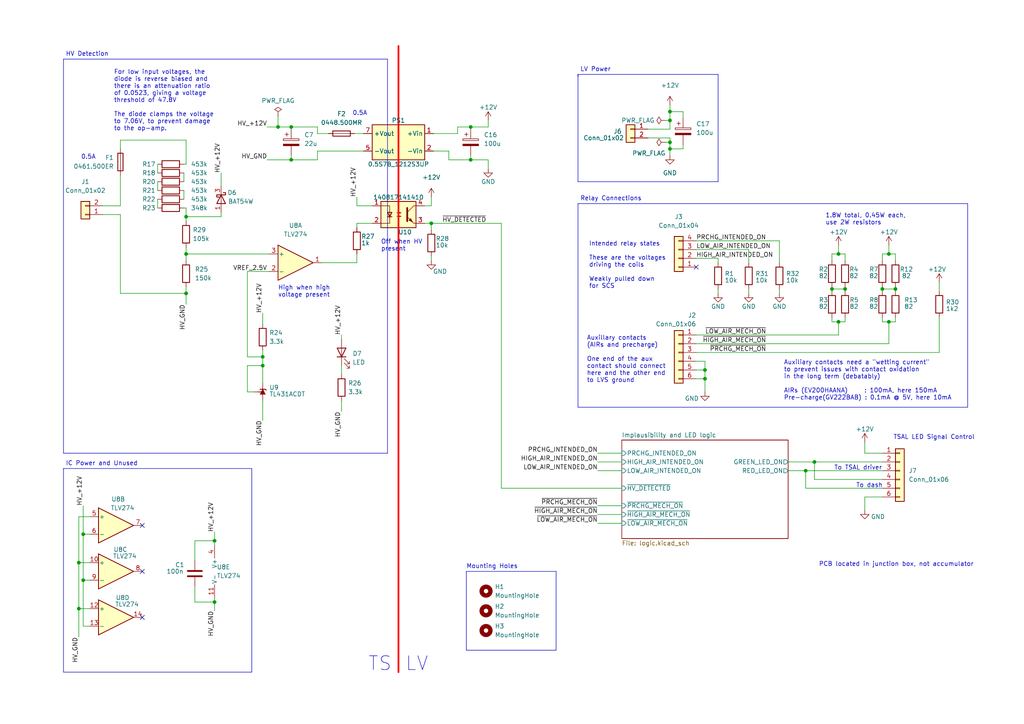
<source format=kicad_sch>
(kicad_sch (version 20230121) (generator eeschema)
  (paper "A4")
  (title_block (title "HV Sense") (date "2023-04-02") (rev "1.1.0") (company "SUFST - Southampton University Formula Student Team") (comment 1 "STAG 9") (comment 2 "Joe Pater, Tim Brewis") (comment 3 "Marek Frodyma"))
  (lib_symbols
    (symbol "Amplifier_Operational:TLC274" (pin_names (offset 0.127))
      (property "Reference" "U" (at 0 5.08 0))
      (property "Value" "TLC274" (at 0 -5.08 0))
      (symbol "TLC274_1_1"
        (polyline (pts (xy -5.08 5.08) (xy 5.08 0) (xy -5.08 -5.08) (xy -5.08 5.08)) (stroke (width 0.254)) (fill (type background)))
        (pin output line (at 7.62 0 180) (length 2.54) (name "~") (number "1"))
        (pin input line (at -7.62 -2.54 0) (length 2.54) (name "-") (number "2"))
        (pin input line (at -7.62 2.54 0) (length 2.54) (name "+") (number "3"))
      )
      (symbol "TLC274_2_1"
        (polyline (pts (xy -5.08 5.08) (xy 5.08 0) (xy -5.08 -5.08) (xy -5.08 5.08)) (stroke (width 0.254)) (fill (type background)))
        (pin input line (at -7.62 2.54 0) (length 2.54) (name "+") (number "5"))
        (pin input line (at -7.62 -2.54 0) (length 2.54) (name "-") (number "6"))
        (pin output line (at 7.62 0 180) (length 2.54) (name "~") (number "7"))
      )
      (symbol "TLC274_3_1"
        (polyline (pts (xy -5.08 5.08) (xy 5.08 0) (xy -5.08 -5.08) (xy -5.08 5.08)) (stroke (width 0.254)) (fill (type background)))
        (pin input line (at -7.62 2.54 0) (length 2.54) (name "+") (number "10"))
        (pin output line (at 7.62 0 180) (length 2.54) (name "~") (number "8"))
        (pin input line (at -7.62 -2.54 0) (length 2.54) (name "-") (number "9"))
      )
      (symbol "TLC274_4_1"
        (polyline (pts (xy -5.08 5.08) (xy 5.08 0) (xy -5.08 -5.08) (xy -5.08 5.08)) (stroke (width 0.254)) (fill (type background)))
        (pin input line (at -7.62 2.54 0) (length 2.54) (name "+") (number "12"))
        (pin input line (at -7.62 -2.54 0) (length 2.54) (name "-") (number "13"))
        (pin output line (at 7.62 0 180) (length 2.54) (name "~") (number "14"))
      )
      (symbol "TLC274_5_1"
        (pin power_in line (at -2.54 -7.62 90) (length 3.81) (name "V-") (number "11"))
        (pin power_in line (at -2.54 7.62 270) (length 3.81) (name "V+") (number "4"))
      )
    )
    (symbol "Connector_Generic:Conn_01x02" (pin_names (offset 1.016) hide)
      (property "Reference" "J" (at 0 2.54 0))
      (property "Value" "Conn_01x02" (at 0 -5.08 0))
      (symbol "Conn_01x02_1_1"
        (rectangle (start -1.27 -2.413) (end 0 -2.667) (stroke (width 0.1524)))
        (rectangle (start -1.27 0.127) (end 0 -0.127) (stroke (width 0.1524)))
        (rectangle (start -1.27 1.27) (end 1.27 -3.81) (stroke (width 0.254)) (fill (type background)))
        (pin passive line (at -5.08 0 0) (length 3.81) (name "Pin_1") (number "1"))
        (pin passive line (at -5.08 -2.54 0) (length 3.81) (name "Pin_2") (number "2"))
      )
    )
    (symbol "Connector_Generic:Conn_01x04" (pin_names (offset 1.016) hide)
      (property "Reference" "J" (at 0 5.08 0))
      (property "Value" "Conn_01x04" (at 0 -7.62 0))
      (symbol "Conn_01x04_1_1"
        (rectangle (start -1.27 -4.953) (end 0 -5.207) (stroke (width 0.1524)))
        (rectangle (start -1.27 -2.413) (end 0 -2.667) (stroke (width 0.1524)))
        (rectangle (start -1.27 0.127) (end 0 -0.127) (stroke (width 0.1524)))
        (rectangle (start -1.27 2.667) (end 0 2.413) (stroke (width 0.1524)))
        (rectangle (start -1.27 3.81) (end 1.27 -6.35) (stroke (width 0.254)) (fill (type background)))
        (pin passive line (at -5.08 2.54 0) (length 3.81) (name "Pin_1") (number "1"))
        (pin passive line (at -5.08 0 0) (length 3.81) (name "Pin_2") (number "2"))
        (pin passive line (at -5.08 -2.54 0) (length 3.81) (name "Pin_3") (number "3"))
        (pin passive line (at -5.08 -5.08 0) (length 3.81) (name "Pin_4") (number "4"))
      )
    )
    (symbol "Connector_Generic:Conn_01x06" (pin_names (offset 1.016) hide)
      (property "Reference" "J" (at 0 7.62 0))
      (property "Value" "Conn_01x06" (at 0 -10.16 0))
      (symbol "Conn_01x06_1_1"
        (rectangle (start -1.27 -7.493) (end 0 -7.747) (stroke (width 0.1524)))
        (rectangle (start -1.27 -4.953) (end 0 -5.207) (stroke (width 0.1524)))
        (rectangle (start -1.27 -2.413) (end 0 -2.667) (stroke (width 0.1524)))
        (rectangle (start -1.27 0.127) (end 0 -0.127) (stroke (width 0.1524)))
        (rectangle (start -1.27 2.667) (end 0 2.413) (stroke (width 0.1524)))
        (rectangle (start -1.27 5.207) (end 0 4.953) (stroke (width 0.1524)))
        (rectangle (start -1.27 6.35) (end 1.27 -8.89) (stroke (width 0.254)) (fill (type background)))
        (pin passive line (at -5.08 5.08 0) (length 3.81) (name "Pin_1") (number "1"))
        (pin passive line (at -5.08 2.54 0) (length 3.81) (name "Pin_2") (number "2"))
        (pin passive line (at -5.08 0 0) (length 3.81) (name "Pin_3") (number "3"))
        (pin passive line (at -5.08 -2.54 0) (length 3.81) (name "Pin_4") (number "4"))
        (pin passive line (at -5.08 -5.08 0) (length 3.81) (name "Pin_5") (number "5"))
        (pin passive line (at -5.08 -7.62 0) (length 3.81) (name "Pin_6") (number "6"))
      )
    )
    (symbol "Device:C" (pin_numbers hide) (pin_names (offset 0.254))
      (property "Reference" "C" (at 0.635 2.54 0))
      (property "Value" "C" (at 0.635 -2.54 0))
      (symbol "C_0_1"
        (polyline (pts (xy -2.032 -0.762) (xy 2.032 -0.762)) (stroke (width 0.508)))
        (polyline (pts (xy -2.032 0.762) (xy 2.032 0.762)) (stroke (width 0.508)))
      )
      (symbol "C_1_1"
        (pin passive line (at 0 3.81 270) (length 2.794) (name "~") (number "1"))
        (pin passive line (at 0 -3.81 90) (length 2.794) (name "~") (number "2"))
      )
    )
    (symbol "Device:C_Polarized" (pin_numbers hide) (pin_names (offset 0.254))
      (property "Reference" "C" (at 0.635 2.54 0))
      (property "Value" "C_Polarized" (at 0.635 -2.54 0))
      (symbol "C_Polarized_0_1"
        (rectangle (start -2.286 0.508) (end 2.286 1.016))
        (polyline (pts (xy -1.778 2.286) (xy -0.762 2.286)))
        (polyline (pts (xy -1.27 2.794) (xy -1.27 1.778)))
        (rectangle (start 2.286 -0.508) (end -2.286 -1.016) (fill (type outline)))
      )
      (symbol "C_Polarized_1_1"
        (pin passive line (at 0 3.81 270) (length 2.794) (name "~") (number "1"))
        (pin passive line (at 0 -3.81 90) (length 2.794) (name "~") (number "2"))
      )
    )
    (symbol "Device:Fuse" (pin_numbers hide) (pin_names (offset 0))
      (property "Reference" "F" (at 2.032 0 90))
      (property "Value" "Fuse" (at -1.905 0 90))
      (symbol "Fuse_0_1"
        (rectangle (start -0.762 -2.54) (end 0.762 2.54) (stroke (width 0.254)))
        (polyline (pts (xy 0 2.54) (xy 0 -2.54)))
      )
      (symbol "Fuse_1_1"
        (pin passive line (at 0 3.81 270) (length 1.27) (name "~") (number "1"))
        (pin passive line (at 0 -3.81 90) (length 1.27) (name "~") (number "2"))
      )
    )
    (symbol "Device:LED" (pin_numbers hide) (pin_names (offset 1.016) hide)
      (property "Reference" "D" (at 0 2.54 0))
      (property "Value" "LED" (at 0 -2.54 0))
      (symbol "LED_0_1"
        (polyline (pts (xy -1.27 -1.27) (xy -1.27 1.27)) (stroke (width 0.254)))
        (polyline (pts (xy -1.27 0) (xy 1.27 0)))
        (polyline (pts (xy 1.27 -1.27) (xy 1.27 1.27) (xy -1.27 0) (xy 1.27 -1.27)) (stroke (width 0.254)))
        (polyline (pts (xy -3.048 -0.762) (xy -4.572 -2.286) (xy -3.81 -2.286) (xy -4.572 -2.286) (xy -4.572 -1.524)))
        (polyline (pts (xy -1.778 -0.762) (xy -3.302 -2.286) (xy -2.54 -2.286) (xy -3.302 -2.286) (xy -3.302 -1.524)))
      )
      (symbol "LED_1_1"
        (pin passive line (at -3.81 0 0) (length 2.54) (name "K") (number "1"))
        (pin passive line (at 3.81 0 180) (length 2.54) (name "A") (number "2"))
      )
    )
    (symbol "Device:R" (pin_numbers hide) (pin_names (offset 0))
      (property "Reference" "R" (at 2.032 0 90))
      (property "Value" "R" (at 0 0 90))
      (symbol "R_0_1"
        (rectangle (start -1.016 -2.54) (end 1.016 2.54) (stroke (width 0.254)))
      )
      (symbol "R_1_1"
        (pin passive line (at 0 3.81 270) (length 1.27) (name "~") (number "1"))
        (pin passive line (at 0 -3.81 90) (length 1.27) (name "~") (number "2"))
      )
    )
    (symbol "Diode:BAT54W" (pin_names (offset 1.016) hide)
      (property "Reference" "D" (at 0 2.54 0))
      (property "Value" "BAT54W" (at 0 -2.54 0))
      (symbol "BAT54W_0_1"
        (polyline (pts (xy 1.27 0) (xy -1.27 0)))
        (polyline (pts (xy 1.27 1.27) (xy 1.27 -1.27) (xy -1.27 0) (xy 1.27 1.27)) (stroke (width 0.254)))
        (polyline (pts (xy -1.905 0.635) (xy -1.905 1.27) (xy -1.27 1.27) (xy -1.27 -1.27) (xy -0.635 -1.27) (xy -0.635 -0.635)) (stroke (width 0.254)))
      )
      (symbol "BAT54W_1_1"
        (pin passive line (at 3.81 0 180) (length 2.54) (name "A") (number "1"))
        (pin no_connect line (at 0 0 90) (length 2.54) hide (name "NC") (number "2"))
        (pin passive line (at -3.81 0 0) (length 2.54) (name "K") (number "3"))
      )
    )
    (symbol "Isolator:SFH617A-1" (pin_names (offset 1.016))
      (property "Reference" "U" (at -5.08 5.08 0))
      (property "Value" "SFH617A-1" (at 0 5.08 0))
      (symbol "SFH617A-1_0_1"
        (rectangle (start -5.08 3.81) (end 5.08 -3.81) (stroke (width 0.254)) (fill (type background)))
        (polyline (pts (xy -3.175 -0.635) (xy -1.905 -0.635)) (stroke (width 0.254)))
        (polyline (pts (xy 2.54 0.635) (xy 4.445 2.54)))
        (polyline (pts (xy 4.445 -2.54) (xy 2.54 -0.635)) (fill (type outline)))
        (polyline (pts (xy 4.445 -2.54) (xy 5.08 -2.54)))
        (polyline (pts (xy 4.445 2.54) (xy 5.08 2.54)))
        (polyline (pts (xy -2.54 -0.635) (xy -2.54 -2.54) (xy -5.08 -2.54)))
        (polyline (pts (xy 2.54 1.905) (xy 2.54 -1.905) (xy 2.54 -1.905)) (stroke (width 0.508)))
        (polyline (pts (xy -5.08 2.54) (xy -2.54 2.54) (xy -2.54 -1.27) (xy -2.54 0.635)))
        (polyline (pts (xy -2.54 -0.635) (xy -3.175 0.635) (xy -1.905 0.635) (xy -2.54 -0.635)) (stroke (width 0.254)))
        (polyline (pts (xy -0.508 -0.508) (xy 0.762 -0.508) (xy 0.381 -0.635) (xy 0.381 -0.381) (xy 0.762 -0.508)))
        (polyline (pts (xy -0.508 0.508) (xy 0.762 0.508) (xy 0.381 0.381) (xy 0.381 0.635) (xy 0.762 0.508)))
        (polyline (pts (xy 3.048 -1.651) (xy 3.556 -1.143) (xy 4.064 -2.159) (xy 3.048 -1.651) (xy 3.048 -1.651)) (fill (type outline)))
      )
      (symbol "SFH617A-1_1_1"
        (pin passive line (at -7.62 2.54 0) (length 2.54) (name "~") (number "1"))
        (pin passive line (at -7.62 -2.54 0) (length 2.54) (name "~") (number "2"))
        (pin passive line (at 7.62 -2.54 180) (length 2.54) (name "~") (number "3"))
        (pin passive line (at 7.62 2.54 180) (length 2.54) (name "~") (number "4"))
      )
    )
    (symbol "Mechanical:MountingHole" (pin_names (offset 1.016))
      (property "Reference" "H" (at 0 5.08 0))
      (property "Value" "MountingHole" (at 0 3.175 0))
      (symbol "MountingHole_0_1"
        (circle (center 0 0) (radius 1.27) (stroke (width 1.27)))
      )
    )
    (symbol "Reference_Voltage:TL431D" (pin_numbers hide) (pin_names hide)
      (property "Reference" "U" (at 0 -2.54 0))
      (property "Value" "TL431D" (at 0 -4.445 0))
      (symbol "TL431D_0_1"
        (polyline (pts (xy -1.27 0) (xy 0 0) (xy 1.27 0)))
        (polyline (pts (xy -0.762 0.762) (xy 0.762 0) (xy -0.762 -0.762)) (fill (type outline)))
        (polyline (pts (xy 0.508 -1.016) (xy 0.762 -0.762) (xy 0.762 0.762) (xy 0.762 0.762)) (stroke (width 0.254)))
      )
      (symbol "TL431D_1_1"
        (polyline (pts (xy 0 1.27) (xy 0 0)))
        (pin passive line (at 2.54 0 180) (length 2.54) (name "K") (number "1"))
        (pin passive line (at -2.54 0 0) (length 2.54) (name "A") (number "2"))
        (pin passive line (at -2.54 0 0) (length 2.54) hide (name "A") (number "3"))
        (pin passive line (at -2.54 0 0) (length 2.54) hide (name "A") (number "6"))
        (pin passive line (at -2.54 0 0) (length 2.54) hide (name "A") (number "7"))
        (pin passive line (at 0 2.54 270) (length 2.54) (name "REF") (number "8"))
      )
    )
    (symbol "power:+12V" (power) (pin_names (offset 0))
      (property "Value" "+12V" (at 0 3.556 0))
      (symbol "+12V_0_1"
        (polyline (pts (xy -0.762 1.27) (xy 0 2.54)))
        (polyline (pts (xy 0 0) (xy 0 2.54)))
        (polyline (pts (xy 0 2.54) (xy 0.762 1.27)))
      )
      (symbol "+12V_1_1"
        (pin power_in line (at 0 0 90) (length 0) hide (name "+12V") (number "1"))
      )
    )
    (symbol "power:GND" (power) (pin_names (offset 0))
      (property "Value" "GND" (at 0 -3.81 0))
      (symbol "GND_0_1"
        (polyline (pts (xy 0 0) (xy 0 -1.27) (xy 1.27 -1.27) (xy 0 -2.54) (xy -1.27 -1.27) (xy 0 -1.27)))
      )
      (symbol "GND_1_1"
        (pin power_in line (at 0 0 270) (length 0) hide (name "GND") (number "1"))
      )
    )
    (symbol "power:PWR_FLAG" (power) (pin_numbers hide) (pin_names (offset 0) hide)
      (property "Value" "PWR_FLAG" (at 0 3.81 0))
      (symbol "PWR_FLAG_0_0"
        (pin power_out line (at 0 0 90) (length 0) (name "pwr") (number "1"))
      )
      (symbol "PWR_FLAG_0_1"
        (polyline (pts (xy 0 0) (xy 0 1.27) (xy -1.016 1.905) (xy 0 2.54) (xy 1.016 1.905) (xy 0 1.27)))
      )
    )
    (symbol "symbols:0.5S7B_1212S3UP"
      (property "Reference" "PS1" (at 2.54 6.35 0))
      (property "Value" "0.5S7B_1212S3UP" (at 0 -6.35 0))
      (symbol "0.5S7B_1212S3UP_0_0"
        (pin power_in line (at -10.16 2.54 0) (length 2.54) (name "+Vin") (number "1"))
        (pin power_in line (at -10.16 -2.54 0) (length 2.54) (name "-Vin") (number "2"))
        (pin power_out line (at 10.16 -2.54 180) (length 2.54) (name "-Vout") (number "5"))
        (pin power_out line (at 10.16 2.54 180) (length 2.54) (name "+Vout") (number "7"))
      )
      (symbol "0.5S7B_1212S3UP_0_1"
        (rectangle (start -7.62 5.08) (end 7.62 -5.08) (stroke (width 0.254)) (fill (type background)))
        (polyline (pts (xy 0 -2.54) (xy 0 -3.81)))
        (polyline (pts (xy 0 0) (xy 0 -1.27)))
        (polyline (pts (xy 0 2.54) (xy 0 1.27)))
        (polyline (pts (xy 0 5.08) (xy 0 3.81)))
      )
    )
  )
  (junction (at 245.11 83.82))
  (junction (at 76.2 103.505))
  (junction (at 257.81 73.66))
  (junction (at 53.975 62.865))
  (junction (at 243.205 73.66))
  (junction (at 204.47 107.315))
  (junction (at 204.47 109.855))
  (junction (at 194.31 43.18))
  (junction (at 53.975 73.66))
  (junction (at 80.645 36.83))
  (junction (at 76.2 106.045))
  (junction (at 22.86 163.195))
  (junction (at 22.86 176.53))
  (junction (at 24.13 168.275))
  (junction (at 243.205 93.345))
  (junction (at 84.455 36.83))
  (junction (at 136.525 36.83))
  (junction (at 62.23 174.625))
  (junction (at 241.3 83.82))
  (junction (at 53.975 85.09))
  (junction (at 136.525 46.355))
  (junction (at 236.22 133.985))
  (junction (at 233.68 136.525))
  (junction (at 194.31 34.925))
  (junction (at 259.715 83.82))
  (junction (at 62.23 156.845))
  (junction (at 194.31 41.275))
  (junction (at 84.455 46.355))
  (junction (at 125.095 64.77))
  (junction (at 255.905 83.82))
  (junction (at 194.31 32.385))
  (junction (at 24.13 154.94))
  (junction (at 257.81 93.345))
  (no_connect (at 41.275 165.735))
  (no_connect (at 201.93 77.47))
  (no_connect (at 41.275 152.4))
  (no_connect (at 41.275 179.07))
  (wire (pts (xy 53.34 55.245) (xy 53.34 57.785)))
  (wire (pts (xy 198.12 43.18) (xy 194.31 43.18)))
  (wire (pts (xy 26.035 168.275) (xy 24.13 168.275)))
  (wire (pts (xy 132.715 38.735) (xy 132.715 36.83)))
  (wire (pts (xy 22.86 176.53) (xy 22.86 184.785)))
  (wire (pts (xy 187.96 37.465) (xy 194.31 37.465)))
  (wire (pts (xy 236.22 133.985) (xy 255.905 133.985)))
  (wire (pts (xy 107.95 59.69) (xy 103.505 59.69)))
  (wire (pts (xy 34.925 40.64) (xy 53.975 40.64)))
  (wire (pts (xy 125.095 64.77) (xy 125.095 66.675)))
  (polyline (pts (xy 18.415 194.945) (xy 18.415 135.89)))
  (wire (pts (xy 125.73 43.815) (xy 130.175 43.815)))
  (wire (pts (xy 145.415 64.77) (xy 145.415 141.605)))
  (polyline (pts (xy 167.64 52.705) (xy 208.28 52.705)))
  (wire (pts (xy 92.075 46.355) (xy 92.075 43.815)))
  (wire (pts (xy 255.905 141.605) (xy 233.68 141.605)))
  (wire (pts (xy 103.505 64.77) (xy 103.505 66.04)))
  (wire (pts (xy 241.3 73.66) (xy 243.205 73.66)))
  (wire (pts (xy 259.715 93.345) (xy 259.715 92.075)))
  (wire (pts (xy 73.66 113.665) (xy 71.755 113.665)))
  (wire (pts (xy 92.075 38.735) (xy 95.25 38.735)))
  (wire (pts (xy 245.11 93.345) (xy 245.11 92.075)))
  (wire (pts (xy 71.755 106.045) (xy 76.2 106.045)))
  (polyline (pts (xy 73.025 194.945) (xy 18.415 194.945)))
  (wire (pts (xy 53.975 40.64) (xy 53.975 47.625)))
  (wire (pts (xy 26.035 181.61) (xy 24.13 181.61)))
  (polyline (pts (xy 167.64 59.055) (xy 167.64 118.11)))
  (wire (pts (xy 34.925 50.8) (xy 34.925 59.69)))
  (wire (pts (xy 201.93 99.695) (xy 257.81 99.695)))
  (wire (pts (xy 250.825 131.445) (xy 255.905 131.445)))
  (wire (pts (xy 241.3 93.345) (xy 243.205 93.345)))
  (wire (pts (xy 241.3 83.82) (xy 245.11 83.82)))
  (wire (pts (xy 243.205 93.345) (xy 245.11 93.345)))
  (wire (pts (xy 193.04 34.925) (xy 194.31 34.925)))
  (wire (pts (xy 257.81 93.345) (xy 259.715 93.345)))
  (wire (pts (xy 243.205 93.345) (xy 243.205 97.155)))
  (polyline (pts (xy 135.255 188.595) (xy 161.29 188.595)))
  (wire (pts (xy 76.2 101.6) (xy 76.2 103.505)))
  (wire (pts (xy 201.93 72.39) (xy 217.17 72.39)))
  (wire (pts (xy 99.06 97.155) (xy 99.06 98.425)))
  (wire (pts (xy 250.825 144.145) (xy 250.825 147.955)))
  (wire (pts (xy 201.93 69.85) (xy 226.06 69.85)))
  (wire (pts (xy 194.31 45.085) (xy 194.31 43.18)))
  (wire (pts (xy 173.355 136.525) (xy 180.34 136.525)))
  (polyline (pts (xy 115.57 13.335) (xy 115.57 194.945)) (stroke (width 0.5) (color 255 0 0 1)))
  (wire (pts (xy 26.035 154.94) (xy 24.13 154.94)))
  (wire (pts (xy 255.905 75.565) (xy 255.905 73.66)))
  (wire (pts (xy 194.31 40.005) (xy 187.96 40.005)))
  (wire (pts (xy 53.975 71.755) (xy 53.975 73.66)))
  (wire (pts (xy 255.905 92.075) (xy 255.905 93.345)))
  (wire (pts (xy 56.515 170.18) (xy 56.515 174.625)))
  (wire (pts (xy 173.355 133.985) (xy 180.34 133.985)))
  (wire (pts (xy 255.905 93.345) (xy 257.81 93.345)))
  (wire (pts (xy 84.455 36.83) (xy 84.455 37.465)))
  (wire (pts (xy 62.23 156.845) (xy 62.23 158.115)))
  (wire (pts (xy 22.86 163.195) (xy 22.86 176.53)))
  (wire (pts (xy 255.905 73.66) (xy 257.81 73.66)))
  (wire (pts (xy 257.81 93.345) (xy 257.81 99.695)))
  (wire (pts (xy 84.455 45.085) (xy 84.455 46.355)))
  (wire (pts (xy 103.505 73.66) (xy 103.505 76.2)))
  (polyline (pts (xy 18.415 135.89) (xy 18.415 135.89)))
  (polyline (pts (xy 208.28 52.705) (xy 208.28 21.59)))
  (wire (pts (xy 34.925 85.09) (xy 53.975 85.09)))
  (wire (pts (xy 45.72 47.625) (xy 45.72 50.165)))
  (wire (pts (xy 45.72 57.785) (xy 45.72 60.325)))
  (polyline (pts (xy 167.64 21.59) (xy 167.64 52.705)))
  (wire (pts (xy 204.47 107.315) (xy 201.93 107.315)))
  (wire (pts (xy 29.845 59.69) (xy 34.925 59.69)))
  (wire (pts (xy 136.525 46.355) (xy 136.525 45.085)))
  (wire (pts (xy 272.415 81.915) (xy 272.415 84.455)))
  (wire (pts (xy 53.975 83.185) (xy 53.975 85.09)))
  (wire (pts (xy 255.905 83.82) (xy 255.905 83.185)))
  (wire (pts (xy 204.47 109.855) (xy 204.47 113.665)))
  (wire (pts (xy 228.6 133.985) (xy 236.22 133.985)))
  (wire (pts (xy 22.86 149.86) (xy 26.035 149.86)))
  (wire (pts (xy 125.73 38.735) (xy 132.715 38.735)))
  (wire (pts (xy 173.355 146.685) (xy 180.34 146.685)))
  (wire (pts (xy 255.905 84.455) (xy 255.905 83.82)))
  (wire (pts (xy 22.86 176.53) (xy 26.035 176.53)))
  (wire (pts (xy 53.975 60.325) (xy 53.975 62.865)))
  (wire (pts (xy 76.2 103.505) (xy 71.755 103.505)))
  (wire (pts (xy 24.13 168.275) (xy 24.13 154.94)))
  (wire (pts (xy 241.3 92.075) (xy 241.3 93.345)))
  (wire (pts (xy 29.845 62.23) (xy 34.925 62.23)))
  (polyline (pts (xy 135.255 165.735) (xy 161.29 165.735)))
  (wire (pts (xy 64.135 50.165) (xy 64.135 53.975)))
  (wire (pts (xy 141.605 36.83) (xy 136.525 36.83)))
  (polyline (pts (xy 135.255 165.735) (xy 135.255 188.595)))
  (wire (pts (xy 173.355 151.765) (xy 180.34 151.765)))
  (wire (pts (xy 173.355 131.445) (xy 180.34 131.445)))
  (wire (pts (xy 243.205 73.66) (xy 245.11 73.66)))
  (wire (pts (xy 34.925 43.18) (xy 34.925 40.64)))
  (wire (pts (xy 107.95 64.77) (xy 103.505 64.77)))
  (wire (pts (xy 53.34 47.625) (xy 53.975 47.625)))
  (wire (pts (xy 53.975 73.66) (xy 53.975 75.565)))
  (wire (pts (xy 194.31 43.18) (xy 194.31 41.275)))
  (polyline (pts (xy 167.64 59.055) (xy 280.67 59.055)))
  (wire (pts (xy 217.17 83.82) (xy 217.17 85.09)))
  (wire (pts (xy 130.175 46.355) (xy 136.525 46.355)))
  (wire (pts (xy 76.2 90.805) (xy 76.2 93.98)))
  (wire (pts (xy 80.645 33.655) (xy 80.645 36.83)))
  (wire (pts (xy 208.28 83.82) (xy 208.28 85.09)))
  (wire (pts (xy 217.17 72.39) (xy 217.17 76.2)))
  (polyline (pts (xy 18.415 17.145) (xy 112.395 17.145)))
  (polyline (pts (xy 112.395 131.445) (xy 18.415 131.445)))
  (wire (pts (xy 71.755 113.665) (xy 71.755 106.045)))
  (wire (pts (xy 255.905 139.065) (xy 236.22 139.065)))
  (wire (pts (xy 228.6 136.525) (xy 233.68 136.525)))
  (wire (pts (xy 130.175 43.815) (xy 130.175 46.355)))
  (wire (pts (xy 250.825 128.27) (xy 250.825 131.445)))
  (wire (pts (xy 241.3 83.82) (xy 241.3 83.185)))
  (wire (pts (xy 132.715 36.83) (xy 136.525 36.83)))
  (polyline (pts (xy 167.64 21.59) (xy 167.64 22.225)))
  (wire (pts (xy 93.345 76.2) (xy 103.505 76.2)))
  (polyline (pts (xy 112.395 17.145) (xy 112.395 131.445)))
  (wire (pts (xy 173.355 149.225) (xy 180.34 149.225)))
  (wire (pts (xy 71.755 78.74) (xy 78.105 78.74)))
  (wire (pts (xy 233.68 141.605) (xy 233.68 136.525)))
  (wire (pts (xy 257.81 71.12) (xy 257.81 73.66)))
  (wire (pts (xy 80.645 36.83) (xy 84.455 36.83)))
  (polyline (pts (xy 18.415 131.445) (xy 18.415 17.145)))
  (wire (pts (xy 194.31 32.385) (xy 194.31 30.48)))
  (wire (pts (xy 204.47 107.315) (xy 204.47 109.855)))
  (wire (pts (xy 141.605 46.355) (xy 136.525 46.355)))
  (polyline (pts (xy 280.67 118.11) (xy 167.64 118.11)))
  (wire (pts (xy 141.605 48.895) (xy 141.605 46.355)))
  (wire (pts (xy 245.11 83.82) (xy 245.11 83.185)))
  (wire (pts (xy 26.035 163.195) (xy 22.86 163.195)))
  (wire (pts (xy 272.415 92.075) (xy 272.415 102.235)))
  (wire (pts (xy 71.755 103.505) (xy 71.755 78.74)))
  (polyline (pts (xy 73.025 135.89) (xy 73.025 194.945)))
  (wire (pts (xy 76.2 103.505) (xy 76.2 106.045)))
  (wire (pts (xy 123.19 59.69) (xy 125.095 59.69)))
  (wire (pts (xy 194.31 37.465) (xy 194.31 34.925)))
  (wire (pts (xy 125.095 74.295) (xy 125.095 75.565)))
  (wire (pts (xy 53.975 73.66) (xy 78.105 73.66)))
  (wire (pts (xy 245.11 84.455) (xy 245.11 83.82)))
  (wire (pts (xy 76.2 116.205) (xy 76.2 121.92)))
  (wire (pts (xy 194.31 41.275) (xy 194.31 40.005)))
  (wire (pts (xy 24.13 181.61) (xy 24.13 168.275)))
  (wire (pts (xy 226.06 69.85) (xy 226.06 76.2)))
  (wire (pts (xy 84.455 46.355) (xy 92.075 46.355)))
  (wire (pts (xy 241.3 75.565) (xy 241.3 73.66)))
  (polyline (pts (xy 280.67 59.055) (xy 280.67 118.11)))
  (wire (pts (xy 34.925 62.23) (xy 34.925 85.09)))
  (wire (pts (xy 77.47 46.355) (xy 84.455 46.355)))
  (wire (pts (xy 62.23 174.625) (xy 62.23 177.165)))
  (wire (pts (xy 201.93 102.235) (xy 272.415 102.235)))
  (wire (pts (xy 259.715 75.565) (xy 259.715 73.66)))
  (wire (pts (xy 141.605 34.925) (xy 141.605 36.83)))
  (wire (pts (xy 22.86 163.195) (xy 22.86 149.86)))
  (wire (pts (xy 53.975 62.865) (xy 53.975 64.135)))
  (wire (pts (xy 204.47 104.775) (xy 204.47 107.315)))
  (wire (pts (xy 226.06 83.82) (xy 226.06 85.09)))
  (wire (pts (xy 56.515 156.845) (xy 62.23 156.845)))
  (wire (pts (xy 92.075 36.83) (xy 92.075 38.735)))
  (wire (pts (xy 194.31 34.925) (xy 194.31 32.385)))
  (wire (pts (xy 255.905 144.145) (xy 250.825 144.145)))
  (wire (pts (xy 145.415 141.605) (xy 180.34 141.605)))
  (wire (pts (xy 62.23 173.355) (xy 62.23 174.625)))
  (wire (pts (xy 76.2 106.045) (xy 76.2 111.125)))
  (wire (pts (xy 125.095 64.77) (xy 145.415 64.77)))
  (wire (pts (xy 201.93 104.775) (xy 204.47 104.775)))
  (wire (pts (xy 99.06 106.045) (xy 99.06 108.585)))
  (wire (pts (xy 259.715 83.82) (xy 259.715 83.185)))
  (wire (pts (xy 123.19 64.77) (xy 125.095 64.77)))
  (wire (pts (xy 45.72 52.705) (xy 45.72 55.245)))
  (polyline (pts (xy 18.415 135.89) (xy 73.025 135.89)))
  (wire (pts (xy 201.93 97.155) (xy 243.205 97.155)))
  (wire (pts (xy 245.11 75.565) (xy 245.11 73.66)))
  (wire (pts (xy 236.22 139.065) (xy 236.22 133.985)))
  (wire (pts (xy 103.505 57.15) (xy 103.505 59.69)))
  (wire (pts (xy 64.135 62.865) (xy 53.975 62.865)))
  (wire (pts (xy 56.515 162.56) (xy 56.515 156.845)))
  (wire (pts (xy 198.12 34.29) (xy 198.12 32.385)))
  (wire (pts (xy 125.095 57.15) (xy 125.095 59.69)))
  (wire (pts (xy 92.075 43.815) (xy 105.41 43.815)))
  (wire (pts (xy 56.515 174.625) (xy 62.23 174.625)))
  (wire (pts (xy 198.12 41.91) (xy 198.12 43.18)))
  (wire (pts (xy 255.905 83.82) (xy 259.715 83.82)))
  (wire (pts (xy 102.87 38.735) (xy 105.41 38.735)))
  (wire (pts (xy 53.34 50.165) (xy 53.34 52.705)))
  (polyline (pts (xy 161.29 188.595) (xy 161.29 165.735)))
  (wire (pts (xy 257.81 73.66) (xy 259.715 73.66)))
  (polyline (pts (xy 208.28 21.59) (xy 167.64 21.59)))
  (wire (pts (xy 136.525 36.83) (xy 136.525 37.465)))
  (wire (pts (xy 233.68 136.525) (xy 255.905 136.525)))
  (wire (pts (xy 198.12 32.385) (xy 194.31 32.385)))
  (wire (pts (xy 77.47 36.83) (xy 80.645 36.83)))
  (wire (pts (xy 243.205 71.12) (xy 243.205 73.66)))
  (wire (pts (xy 64.135 61.595) (xy 64.135 62.865)))
  (wire (pts (xy 84.455 36.83) (xy 92.075 36.83)))
  (wire (pts (xy 259.715 84.455) (xy 259.715 83.82)))
  (wire (pts (xy 208.28 74.93) (xy 208.28 76.2)))
  (wire (pts (xy 204.47 109.855) (xy 201.93 109.855)))
  (wire (pts (xy 193.04 41.275) (xy 194.31 41.275)))
  (wire (pts (xy 53.975 85.09) (xy 53.975 88.265)))
  (wire (pts (xy 62.23 154.305) (xy 62.23 156.845)))
  (wire (pts (xy 201.93 74.93) (xy 208.28 74.93)))
  (wire (pts (xy 241.3 84.455) (xy 241.3 83.82)))
  (wire (pts (xy 24.13 146.685) (xy 24.13 154.94)))
  (wire (pts (xy 99.06 116.205) (xy 99.06 119.38)))
  (wire (pts (xy 53.975 60.325) (xy 53.34 60.325)))
  (text "Intended relay states\n\nThese are the voltages \ndriving the coils\n\nWeakly pulled down\nfor SCS" (at 170.815 83.82 0) (effects (font (size 1.27 1.27)) (justify left bottom)))
  (text "1.8W total, 0.45W each,\nuse 2W resistors" (at 239.395 65.405 0) (effects (font (size 1.27 1.27)) (justify left bottom)))
  (text "Mounting Holes" (at 135.255 165.1 0) (effects (font (size 1.27 1.27)) (justify left bottom)))
  (text "Off when HV\npresent" (at 110.49 73.025 0) (effects (font (size 1.27 1.27)) (justify left bottom)))
  (text "Auxillary contacts\n(AIRs and precharge)\n\nOne end of the aux \ncontact should connect\nhere and the other end\nto LVS ground" (at 170.18 111.125 0) (effects (font (size 1.27 1.27)) (justify left bottom)))
  (text "IC Power and Unused" (at 19.05 135.255 0) (effects (font (size 1.27 1.27)) (justify left bottom)))
  (text "To TSAL driver" (at 241.935 136.525 0) (effects (font (size 1.27 1.27)) (justify left bottom)))
  (text "HV Detection" (at 19.05 16.51 0) (effects (font (size 1.27 1.27)) (justify left bottom)))
  (text "LV Power" (at 168.275 20.955 0) (effects (font (size 1.27 1.27)) (justify left bottom)))
  (text "0.5A" (at 102.235 33.655 0) (effects (font (size 1.27 1.27)) (justify left bottom)))
  (text "High when high\nvoltage present" (at 80.645 86.36 0) (effects (font (size 1.27 1.27)) (justify left bottom)))
  (text "Relay Connections" (at 168.275 58.42 0) (effects (font (size 1.27 1.27)) (justify left bottom)))
  (text "LV" (at 117.475 194.945 0) (effects (font (size 4 4)) (justify left bottom)))
  (text "0.5A" (at 23.495 46.355 0) (effects (font (size 1.27 1.27)) (justify left bottom)))
  (text "Auxiliary contacts need a \"wetting current\" \nto prevent issues with contact oxidation\nin the long term (debatably)\n\nAIRs (EV200HAANA)     : 100mA, here 150mA\nPre-charge(GV222BAB) : 0.1mA @ 5V, here 10mA" (at 227.33 116.205 0) (effects (font (size 1.27 1.27)) (justify left bottom)))
  (text "For low input voltages, the\ndiode is reverse biased and\nthere is an attenuation ratio\nof 0.0523, giving a voltage\nthreshold of 47.8V\n\nThe diode clamps the voltage\nto 7.06V, to prevent damage\nto the op-amp." (at 33.02 38.1 0) (effects (font (size 1.27 1.27)) (justify left bottom)))
  (text "TSAL LED Signal Control" (at 259.08 127.635 0) (effects (font (size 1.27 1.27)) (justify left bottom)))
  (text "TS" (at 106.68 194.945 0) (effects (font (size 4 4)) (justify left bottom)))
  (text "To dash" (at 248.285 141.605 0) (effects (font (size 1.27 1.27)) (justify left bottom)))
  (text "PCB located in junction box, not accumulator" (at 237.49 164.465 0) (effects (font (size 1.27 1.27)) (justify left bottom)))
  (label "~{PRCHG_MECH_ON}" (at 173.355 146.685 180))
  (label "HV_+12V" (at 77.47 36.83 180))
  (label "PRCHG_INTENDED_ON" (at 201.93 69.85 0))
  (label "~{LOW_AIR_MECH_ON}" (at 222.25 97.155 180))
  (label "HV_+12V" (at 24.13 146.685 90))
  (label "~{PRCHG_MECH_ON}" (at 222.25 102.235 180))
  (label "PRCHG_INTENDED_ON" (at 173.355 131.445 180))
  (label "HV_+12V" (at 99.06 97.155 90))
  (label "VREF_2.5V" (at 77.47 78.74 180))
  (label "HV_GND" (at 53.975 88.265 270))
  (label "~{LOW_AIR_MECH_ON}" (at 173.355 151.765 180))
  (label "HV_GND" (at 62.23 177.165 270))
  (label "~{HV_DETECTED}" (at 128.27 64.77 0))
  (label "HV_GND" (at 76.2 121.92 270))
  (label "~{HIGH_AIR_MECH_ON}" (at 222.25 99.695 180))
  (label "LOW_AIR_INTENDED_ON" (at 201.93 72.39 0))
  (label "LOW_AIR_INTENDED_ON" (at 173.355 136.525 180))
  (label "HV_+12V" (at 64.135 50.165 90))
  (label "HV_+12V" (at 62.23 154.305 90))
  (label "HV_+12V" (at 103.505 57.15 90))
  (label "~{HIGH_AIR_MECH_ON}" (at 173.355 149.225 180))
  (label "HV_GND" (at 99.06 119.38 270))
  (label "HV_+12V" (at 76.2 90.805 90))
  (label "HIGH_AIR_INTENDED_ON" (at 201.93 74.93 0))
  (label "HIGH_AIR_INTENDED_ON" (at 173.355 133.985 180))
  (label "HV_GND" (at 77.47 46.355 180))
  (label "HV_GND" (at 22.86 184.785 270))
  (symbol (lib_id "Reference_Voltage:TL431D") (at 76.2 113.665 90) (unit 1)
    (property "Reference" "U9" (at 78.105 112.395 90) (effects (justify right)))
    (property "Value" "TL431ACDT" (at 78.105 114.3 90) (effects (justify right)))
    (property "Footprint" "Package_SO:SOIC-8_3.9x4.9mm_P1.27mm" (effects hide))
    (property "Datasheet" "http://www.ti.com/lit/ds/symlink/tl431.pdf" (effects hide))
  )
  (symbol (lib_id "Device:R") (at 125.095 70.485 180) (unit 1)
    (property "Reference" "R28" (at 126.365 69.215 0) (effects (justify right)))
    (property "Value" "10k" (at 126.365 71.12 0) (effects (justify right)))
    (property "Footprint" "Resistor_SMD:R_0603_1608Metric" (effects hide))
  )
  (symbol (lib_id "power:GND") (at 194.31 45.085 0) (mirror y) (unit 1)
    (property "Reference" "#PWR0113" (effects hide))
    (property "Value" "GND" (at 194.31 50.165 0))
  )
  (symbol (lib_id "power:GND") (at 204.47 113.665 0) (mirror y) (unit 1)
    (property "Reference" "#PWR0103" (effects hide))
    (property "Value" "GND" (at 200.66 115.57 0))
  )
  (symbol (lib_id "symbols:0.5S7B_1212S3UP") (at 115.57 41.275 0) (mirror y) (unit 1)
    (property "Reference" "PS1" (at 115.57 34.925 0))
    (property "Value" "0.5S7B_1212S3UP" (at 115.57 47.625 0))
    (property "Footprint" "SUFST:0.5S7B_1212S3UP" (effects hide))
    (property "Datasheet" "https://www.xppower.com/pdfs/SF_ITX.pdf" (effects hide))
  )
  (symbol (lib_id "Connector_Generic:Conn_01x06") (at 260.985 136.525 0) (unit 1)
    (property "Reference" "J7" (at 263.525 136.5249 0) (effects (justify left)))
    (property "Value" "Conn_01x06" (at 263.525 139.0649 0) (effects (justify left)))
    (property "Footprint" "SUFST:Molex_Micro-Fit_3.0_43045-0612_2x03_P3.00mm_Vertical" (effects hide))
  )
  (symbol (lib_id "Mechanical:MountingHole") (at 140.97 177.165 0) (unit 1)
    (property "Reference" "H2" (at 143.51 175.8949 0) (effects (justify left)))
    (property "Value" "MountingHole" (at 143.51 178.4349 0) (effects (justify left)))
    (property "Footprint" "MountingHole:MountingHole_3.2mm_M3" (effects hide))
  )
  (symbol (lib_id "power:GND") (at 217.17 85.09 0) (unit 1)
    (property "Reference" "#PWR03" (effects hide))
    (property "Value" "GND" (at 217.17 88.9 0))
  )
  (symbol (lib_id "power:GND") (at 226.06 85.09 0) (unit 1)
    (property "Reference" "#PWR04" (effects hide))
    (property "Value" "GND" (at 226.06 88.9 0))
  )
  (symbol (lib_id "Device:R") (at 49.53 57.785 270) (mirror x) (unit 1)
    (property "Reference" "R22" (at 43.18 57.785 90))
    (property "Value" "453k" (at 57.785 57.785 90))
    (property "Footprint" "Resistor_SMD:R_0805_2012Metric" (effects hide))
  )
  (symbol (lib_id "Device:R") (at 226.06 80.01 0) (unit 1)
    (property "Reference" "R32" (at 227.965 79.375 0) (effects (justify left)))
    (property "Value" "10k" (at 227.965 81.28 0) (effects (justify left)))
    (property "Footprint" "Resistor_SMD:R_0603_1608Metric_Pad0.98x0.95mm_HandSolder" (effects hide))
  )
  (symbol (lib_id "Mechanical:MountingHole") (at 140.97 171.45 0) (unit 1)
    (property "Reference" "H1" (at 143.51 170.1799 0) (effects (justify left)))
    (property "Value" "MountingHole" (at 143.51 172.7199 0) (effects (justify left)))
    (property "Footprint" "MountingHole:MountingHole_3.2mm_M3" (effects hide))
  )
  (symbol (lib_id "Device:R") (at 53.975 67.945 0) (unit 1)
    (property "Reference" "R29" (at 55.88 66.6749 0) (effects (justify left)))
    (property "Value" "105k" (at 55.88 69.2149 0) (effects (justify left)))
    (property "Footprint" "Resistor_SMD:R_0805_2012Metric" (effects hide))
  )
  (symbol (lib_id "power:+12V") (at 257.81 71.12 0) (unit 1)
    (property "Reference" "#PWR07" (effects hide))
    (property "Value" "+12V" (at 257.81 67.31 0))
  )
  (symbol (lib_id "Device:C_Polarized") (at 84.455 41.275 0) (unit 1)
    (property "Reference" "C7" (at 88.265 39.1159 0) (effects (justify left)))
    (property "Value" "22u" (at 88.265 41.6559 0) (effects (justify left)))
    (property "Footprint" "Capacitor_THT:CP_Radial_D8.0mm_P3.50mm" (effects hide))
  )
  (symbol (lib_id "Device:R") (at 99.06 112.395 0) (unit 1)
    (property "Reference" "R26" (at 100.965 111.1249 0) (effects (justify left)))
    (property "Value" "3.3k" (at 100.965 113.6649 0) (effects (justify left)))
    (property "Footprint" "Resistor_SMD:R_0603_1608Metric" (effects hide))
  )
  (symbol (lib_id "Device:R") (at 259.715 88.265 0) (unit 1)
    (property "Reference" "R13" (at 262.255 86.995 0) (effects (justify left)))
    (property "Value" "82" (at 262.255 88.9 0) (effects (justify left)))
    (property "Footprint" "Resistor_SMD:R_2512_6332Metric" (effects hide))
  )
  (symbol (lib_id "Device:C_Polarized") (at 136.525 41.275 0) (unit 1)
    (property "Reference" "C16" (at 140.335 39.1159 0) (effects (justify left)))
    (property "Value" "100u" (at 140.335 41.6559 0) (effects (justify left)))
    (property "Footprint" "Capacitor_THT:CP_Radial_D6.3mm_P2.50mm" (effects hide))
  )
  (symbol (lib_id "Device:Fuse") (at 34.925 46.99 0) (mirror x) (unit 1)
    (property "Reference" "F1" (at 33.02 45.7199 0) (effects (justify right)))
    (property "Value" "0461.500ER" (at 33.02 48.2599 0) (effects (justify right)))
    (property "Footprint" "SUFST:Littelfuse-04611-25ER" (effects hide))
    (property "Datasheet" "https://www.mouser.co.uk/datasheet/2/240/Littelfuse_Fuse_461_Datasheet_pdf-968630.pdf" (effects hide))
    (property "Supplier" "Mouser" (effects hide))
    (property "Order Code" "576-0461.500ER" (effects hide))
  )
  (symbol (lib_id "power:PWR_FLAG") (at 193.04 34.925 90) (mirror x) (unit 1)
    (property "Reference" "#FLG0102" (effects hide))
    (property "Value" "PWR_FLAG" (at 189.865 34.9249 90) (effects (justify left)))
  )
  (symbol (lib_id "Device:R") (at 255.905 79.375 0) (unit 1)
    (property "Reference" "R7" (at 252.095 78.105 0) (effects (justify left)))
    (property "Value" "82" (at 252.095 80.01 0) (effects (justify left)))
    (property "Footprint" "Resistor_SMD:R_2512_6332Metric" (effects hide))
  )
  (symbol (lib_id "power:GND") (at 250.825 147.955 0) (unit 1)
    (property "Reference" "#PWR0111" (effects hide))
    (property "Value" "GND" (at 254.635 149.86 0))
  )
  (symbol (lib_id "Device:LED") (at 99.06 102.235 90) (unit 1)
    (property "Reference" "D7" (at 102.235 102.5524 90) (effects (justify right)))
    (property "Value" "LED" (at 102.235 105.0924 90) (effects (justify right)))
    (property "Footprint" "LED_SMD:LED_0603_1608Metric" (effects hide))
  )
  (symbol (lib_id "power:PWR_FLAG") (at 80.645 33.655 0) (unit 1)
    (property "Reference" "#FLG0103" (effects hide))
    (property "Value" "PWR_FLAG" (at 80.645 29.21 0))
  )
  (symbol (lib_id "Device:R") (at 255.905 88.265 0) (unit 1)
    (property "Reference" "R8" (at 252.095 86.995 0) (effects (justify left)))
    (property "Value" "82" (at 252.095 88.9 0) (effects (justify left)))
    (property "Footprint" "Resistor_SMD:R_2512_6332Metric" (effects hide))
  )
  (symbol (lib_id "Connector_Generic:Conn_01x04") (at 196.85 74.93 180) (unit 1)
    (property "Reference" "J3" (at 196.85 62.865 0))
    (property "Value" "Conn_01x04" (at 196.85 65.405 0))
    (property "Footprint" "SUFST:Molex_Micro-Fit_3.0_43045-0412_2x02_P3.00mm_Vertical" (effects hide))
  )
  (symbol (lib_id "Device:R") (at 241.3 79.375 0) (unit 1)
    (property "Reference" "R2" (at 237.49 78.105 0) (effects (justify left)))
    (property "Value" "82" (at 237.49 80.01 0) (effects (justify left)))
    (property "Footprint" "Resistor_SMD:R_2512_6332Metric" (effects hide))
  )
  (symbol (lib_id "Device:R") (at 245.11 88.265 0) (unit 1)
    (property "Reference" "R5" (at 246.38 86.995 0) (effects (justify left)))
    (property "Value" "82" (at 246.38 88.9 0) (effects (justify left)))
    (property "Footprint" "Resistor_SMD:R_2512_6332Metric" (effects hide))
  )
  (symbol (lib_id "Device:R") (at 217.17 80.01 0) (unit 1)
    (property "Reference" "R31" (at 219.075 79.375 0) (effects (justify left)))
    (property "Value" "10k" (at 219.075 81.28 0) (effects (justify left)))
    (property "Footprint" "Resistor_SMD:R_0603_1608Metric_Pad0.98x0.95mm_HandSolder" (effects hide))
  )
  (symbol (lib_id "Connector_Generic:Conn_01x02") (at 24.765 62.23 180) (unit 1)
    (property "Reference" "J1" (at 24.765 52.705 0))
    (property "Value" "Conn_01x02" (at 24.765 55.245 0))
    (property "Footprint" "SUFST:Molex_Micro-Fit_3.0_43045-0212_2x01_P3.00mm_Vertical" (effects hide))
  )
  (symbol (lib_id "Device:R") (at 259.715 79.375 0) (unit 1)
    (property "Reference" "R12" (at 262.89 78.105 0))
    (property "Value" "82" (at 262.89 80.01 0))
    (property "Footprint" "Resistor_SMD:R_2512_6332Metric" (effects hide))
  )
  (symbol (lib_id "power:+12V") (at 125.095 57.15 0) (unit 1)
    (property "Reference" "#PWR0106" (effects hide))
    (property "Value" "+12V" (at 125.095 51.435 0))
  )
  (symbol (lib_id "Device:R") (at 103.505 69.85 180) (unit 1)
    (property "Reference" "R27" (at 104.775 68.58 0) (effects (justify right)))
    (property "Value" "1k" (at 104.775 70.485 0) (effects (justify right)))
    (property "Footprint" "Resistor_SMD:R_1206_3216Metric" (effects hide))
  )
  (symbol (lib_id "Device:R") (at 49.53 50.165 270) (mirror x) (unit 1)
    (property "Reference" "R18" (at 43.18 50.165 90))
    (property "Value" "453k" (at 57.785 50.165 90))
    (property "Footprint" "Resistor_SMD:R_0805_2012Metric" (effects hide))
  )
  (symbol (lib_id "Device:R") (at 245.11 79.375 0) (unit 1)
    (property "Reference" "R4" (at 247.65 78.105 0))
    (property "Value" "82" (at 247.65 80.01 0))
    (property "Footprint" "Resistor_SMD:R_2512_6332Metric" (effects hide))
  )
  (symbol (lib_id "power:+12V") (at 272.415 81.915 0) (unit 1)
    (property "Reference" "#PWR01" (effects hide))
    (property "Value" "+12V" (at 271.78 78.105 0))
  )
  (symbol (lib_id "Device:R") (at 53.975 79.375 0) (unit 1)
    (property "Reference" "R25" (at 56.515 78.1049 0) (effects (justify left)))
    (property "Value" "150k" (at 56.515 80.6449 0) (effects (justify left)))
    (property "Footprint" "Resistor_SMD:R_0603_1608Metric" (effects hide))
  )
  (symbol (lib_id "Device:R") (at 208.28 80.01 0) (unit 1)
    (property "Reference" "R1" (at 210.185 79.375 0) (effects (justify left)))
    (property "Value" "10k" (at 210.185 81.28 0) (effects (justify left)))
    (property "Footprint" "Resistor_SMD:R_0603_1608Metric_Pad0.98x0.95mm_HandSolder" (effects hide))
  )
  (symbol (lib_id "Amplifier_Operational:TLC274") (at 64.77 165.735 0) (unit 5)
    (property "Reference" "U8" (at 62.865 164.4649 0) (effects (justify left)))
    (property "Value" "TLV274" (at 62.865 167.0049 0) (effects (justify left)))
    (property "Footprint" "Package_SO:SOIC-14_3.9x8.7mm_P1.27mm" (effects hide))
    (property "Datasheet" "http://www.ti.com/lit/ds/symlink/tlc274.pdf" (effects hide))
  )
  (symbol (lib_id "power:GND") (at 125.095 75.565 0) (unit 1)
    (property "Reference" "#PWR0108" (effects hide))
    (property "Value" "GND" (at 127.635 78.74 0))
  )
  (symbol (lib_id "power:GND") (at 141.605 48.895 0) (unit 1)
    (property "Reference" "#PWR0109" (effects hide))
    (property "Value" "GND" (at 141.605 52.705 0))
  )
  (symbol (lib_id "Device:R") (at 272.415 88.265 0) (unit 1)
    (property "Reference" "R30" (at 274.32 87.63 0) (effects (justify left)))
    (property "Value" "1k2" (at 274.32 89.535 0) (effects (justify left)))
    (property "Footprint" "Resistor_SMD:R_0603_1608Metric_Pad0.98x0.95mm_HandSolder" (effects hide))
  )
  (symbol (lib_id "Amplifier_Operational:TLC274") (at 33.655 165.735 0) (unit 3)
    (property "Reference" "U8" (at 34.925 159.385 0))
    (property "Value" "TLV274" (at 36.195 161.29 0))
    (property "Footprint" "Package_SO:SOIC-14_3.9x8.7mm_P1.27mm" (effects hide))
    (property "Datasheet" "http://www.ti.com/lit/ds/symlink/tlc274.pdf" (effects hide))
  )
  (symbol (lib_id "Connector_Generic:Conn_01x06") (at 196.85 102.235 0) (mirror y) (unit 1)
    (property "Reference" "J2" (at 201.93 91.44 0) (effects (justify left)))
    (property "Value" "Conn_01x06" (at 201.93 93.98 0) (effects (justify left)))
    (property "Footprint" "SUFST:Molex_Micro-Fit_3.0_43045-0612_2x03_P3.00mm_Vertical" (effects hide))
  )
  (symbol (lib_id "Device:Fuse") (at 99.06 38.735 270) (mirror x) (unit 1)
    (property "Reference" "F2" (at 99.06 33.02 90))
    (property "Value" "0448.500MR" (at 99.06 35.56 90))
    (property "Footprint" "Fuse:Fuse_Littelfuse-NANO2-451_453" (effects hide))
    (property "Supplier" "Mouser" (effects hide))
    (property "Order Code" "576-0448.500MR" (effects hide))
  )
  (symbol (lib_id "power:+12V") (at 250.825 128.27 0) (unit 1)
    (property "Reference" "#PWR0102" (effects hide))
    (property "Value" "+12V" (at 250.825 124.46 0))
  )
  (symbol (lib_id "Device:R") (at 76.2 97.79 0) (unit 1)
    (property "Reference" "R24" (at 78.105 96.5199 0) (effects (justify left)))
    (property "Value" "3.3k" (at 78.105 99.0599 0) (effects (justify left)))
    (property "Footprint" "Resistor_SMD:R_0603_1608Metric" (effects hide))
  )
  (symbol (lib_id "Connector_Generic:Conn_01x02") (at 182.88 37.465 0) (mirror y) (unit 1)
    (property "Reference" "J6" (at 180.34 38.1 0) (effects (justify left)))
    (property "Value" "Conn_01x02" (at 180.975 40.005 0) (effects (justify left)))
    (property "Footprint" "SUFST:Molex_Micro-Fit_3.0_43045-0212_2x01_P3.00mm_Vertical" (effects hide))
  )
  (symbol (lib_id "Device:R") (at 49.53 52.705 270) (mirror x) (unit 1)
    (property "Reference" "R20" (at 43.18 52.705 90))
    (property "Value" "453k" (at 57.785 52.705 90))
    (property "Footprint" "Resistor_SMD:R_0805_2012Metric" (effects hide))
  )
  (symbol (lib_id "Amplifier_Operational:TLC274") (at 33.655 179.07 0) (unit 4)
    (property "Reference" "U8" (at 35.56 173.355 0))
    (property "Value" "TLV274" (at 36.83 175.26 0))
    (property "Footprint" "Package_SO:SOIC-14_3.9x8.7mm_P1.27mm" (effects hide))
    (property "Datasheet" "http://www.ti.com/lit/ds/symlink/tlc274.pdf" (effects hide))
  )
  (symbol (lib_id "Device:C") (at 56.515 166.37 0) (unit 1)
    (property "Reference" "C1" (at 50.8 163.83 0) (effects (justify left)))
    (property "Value" "100n" (at 48.26 165.735 0) (effects (justify left)))
    (property "Footprint" "Capacitor_SMD:C_0603_1608Metric" (effects hide))
  )
  (symbol (lib_id "Device:C_Polarized") (at 198.12 38.1 0) (unit 1)
    (property "Reference" "C17" (at 201.93 35.9409 0) (effects (justify left)))
    (property "Value" "100u" (at 201.93 38.4809 0) (effects (justify left)))
    (property "Footprint" "Capacitor_THT:CP_Radial_D6.3mm_P2.50mm" (effects hide))
  )
  (symbol (lib_id "Diode:BAT54W") (at 64.135 57.785 270) (unit 1)
    (property "Reference" "D6" (at 67.31 55.88 90))
    (property "Value" "BAT54W" (at 69.85 58.42 90))
    (property "Footprint" "Package_TO_SOT_SMD:SOT-323_SC-70" (effects hide))
    (property "Datasheet" "https://assets.nexperia.com/documents/data-sheet/BAT54W_SER.pdf" (effects hide))
  )
  (symbol (lib_id "Device:R") (at 241.3 88.265 0) (unit 1)
    (property "Reference" "R3" (at 237.49 86.995 0) (effects (justify left)))
    (property "Value" "82" (at 237.49 88.9 0) (effects (justify left)))
    (property "Footprint" "Resistor_SMD:R_2512_6332Metric" (effects hide))
  )
  (symbol (lib_id "power:+12V") (at 194.31 30.48 0) (mirror y) (unit 1)
    (property "Reference" "#PWR0112" (effects hide))
    (property "Value" "+12V" (at 194.31 24.765 0))
  )
  (symbol (lib_id "Device:R") (at 49.53 55.245 270) (mirror x) (unit 1)
    (property "Reference" "R21" (at 43.18 55.245 90))
    (property "Value" "453k" (at 57.785 55.245 90))
    (property "Footprint" "Resistor_SMD:R_0805_2012Metric" (effects hide))
  )
  (symbol (lib_id "Device:R") (at 49.53 60.325 270) (mirror x) (unit 1)
    (property "Reference" "R23" (at 43.18 60.325 90))
    (property "Value" "348k" (at 57.785 60.325 90))
    (property "Footprint" "Resistor_SMD:R_0805_2012Metric" (effects hide))
  )
  (symbol (lib_id "Device:R") (at 49.53 47.625 270) (mirror x) (unit 1)
    (property "Reference" "R17" (at 43.18 47.625 90))
    (property "Value" "453k" (at 57.785 47.625 90))
    (property "Footprint" "Resistor_SMD:R_0805_2012Metric" (effects hide))
  )
  (symbol (lib_id "power:PWR_FLAG") (at 193.04 41.275 90) (mirror x) (unit 1)
    (property "Reference" "#FLG0101" (effects hide))
    (property "Value" "PWR_FLAG" (at 193.04 44.45 90) (effects (justify left)))
  )
  (symbol (lib_id "power:GND") (at 208.28 85.09 0) (unit 1)
    (property "Reference" "#PWR02" (effects hide))
    (property "Value" "GND" (at 208.28 88.9 0))
  )
  (symbol (lib_id "Isolator:SFH617A-1") (at 115.57 62.23 0) (unit 1)
    (property "Reference" "U10" (at 117.475 67.31 0))
    (property "Value" "140817141410" (at 115.57 57.2286 0))
    (property "Footprint" "Package_DIP:DIP-4_W7.62mm" (effects hide))
  )
  (symbol (lib_id "Amplifier_Operational:TLC274") (at 85.725 76.2 0) (unit 1)
    (property "Reference" "U8" (at 85.725 65.405 0))
    (property "Value" "TLV274" (at 85.725 67.945 0))
    (property "Footprint" "Package_SO:SOIC-14_3.9x8.7mm_P1.27mm" (effects hide))
    (property "Datasheet" "http://www.ti.com/lit/ds/symlink/tlc274.pdf" (effects hide))
  )
  (symbol (lib_id "power:+12V") (at 141.605 34.925 0) (unit 1)
    (property "Reference" "#PWR0114" (effects hide))
    (property "Value" "+12V" (at 141.605 31.115 0))
  )
  (symbol (lib_id "Amplifier_Operational:TLC274") (at 33.655 152.4 0) (unit 2)
    (property "Reference" "U8" (at 34.29 144.78 0))
    (property "Value" "TLV274" (at 35.56 147.32 0))
    (property "Footprint" "Package_SO:SOIC-14_3.9x8.7mm_P1.27mm" (effects hide))
    (property "Datasheet" "http://www.ti.com/lit/ds/symlink/tlc274.pdf" (effects hide))
  )
  (symbol (lib_id "Mechanical:MountingHole") (at 140.97 182.88 0) (unit 1)
    (property "Reference" "H3" (at 143.51 181.6099 0) (effects (justify left)))
    (property "Value" "MountingHole" (at 143.51 184.1499 0) (effects (justify left)))
    (property "Footprint" "MountingHole:MountingHole_3.2mm_M3" (effects hide))
  )
  (symbol (lib_id "power:+12V") (at 243.205 71.12 0) (unit 1)
    (property "Reference" "#PWR05" (effects hide))
    (property "Value" "+12V" (at 243.205 67.31 0))
  )
  (sheet (at 180.34 127.635) (size 48.26 28.575) (stroke (width 0.1524))
    (property "Sheetname" "Implausibility and LED logic" (at 180.34 126.9234 0) (effects (justify left bottom)))
    (property "Sheetfile" "logic.kicad_sch" (at 180.34 156.7946 0) (effects (justify left top)))
    (pin "LOW_AIR_INTENDED_ON" input (at 180.34 136.525 180))
    (pin "PRCHG_INTENDED_ON" input (at 180.34 131.445 180))
    (pin "HIGH_AIR_INTENDED_ON" input (at 180.34 133.985 180))
    (pin "~{HV_DETECTED}" input (at 180.34 141.605 180))
    (pin "~{LOW_AIR_MECH_ON}" input (at 180.34 151.765 180))
    (pin "~{HIGH_AIR_MECH_ON}" input (at 180.34 149.225 180))
    (pin "~{PRCHG_MECH_ON}" input (at 180.34 146.685 180))
    (pin "GREEN_LED_ON" output (at 228.6 133.985 0))
    (pin "RED_LED_ON" output (at 228.6 136.525 0))
  )
)
</source>
